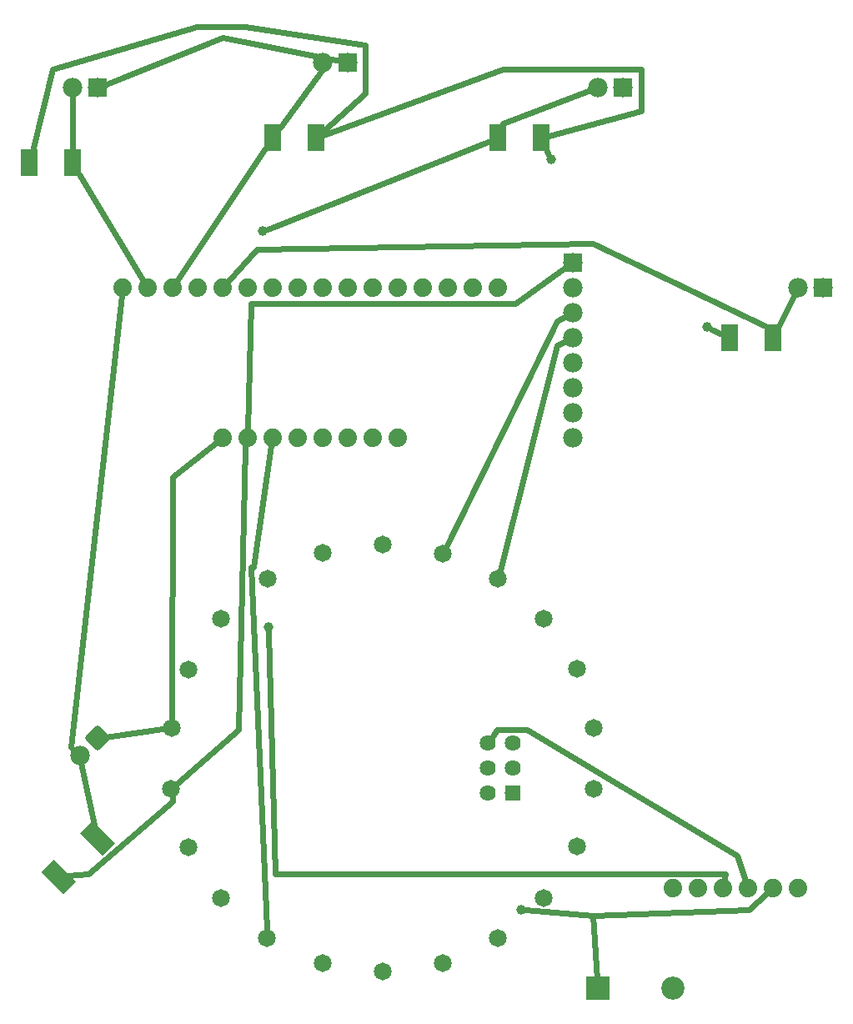
<source format=gbl>
G04 MADE WITH FRITZING*
G04 WWW.FRITZING.ORG*
G04 DOUBLE SIDED*
G04 HOLES PLATED*
G04 CONTOUR ON CENTER OF CONTOUR VECTOR*
%ASAXBY*%
%FSLAX23Y23*%
%MOIN*%
%OFA0B0*%
%SFA1.0B1.0*%
%ADD10C,0.092000*%
%ADD11C,0.071244*%
%ADD12C,0.064000*%
%ADD13C,0.078000*%
%ADD14C,0.074000*%
%ADD15C,0.039370*%
%ADD16R,0.092000X0.092000*%
%ADD17R,0.064000X0.064000*%
%ADD18R,0.078000X0.078000*%
%ADD19R,0.070866X0.106299*%
%ADD20C,0.024000*%
%ADD21C,0.020000*%
%LNCOPPER0*%
G90*
G70*
G54D10*
X2359Y78D03*
X2659Y78D03*
G54D11*
X1499Y1850D03*
X722Y1352D03*
X655Y1119D03*
X1038Y1715D03*
X653Y875D03*
G54D12*
X2021Y858D03*
X1921Y858D03*
X2021Y958D03*
X1921Y958D03*
X2021Y1058D03*
G54D11*
X722Y642D03*
G54D12*
X1921Y1058D03*
G54D11*
X854Y1556D03*
X1258Y1819D03*
X1037Y279D03*
X2344Y876D03*
X2344Y1119D03*
X2276Y1353D03*
X2144Y1556D03*
X1961Y1715D03*
X1739Y1816D03*
X1259Y178D03*
X1499Y144D03*
X1739Y178D03*
X1961Y279D03*
X2144Y439D03*
X2275Y643D03*
X854Y439D03*
G54D13*
X359Y1078D03*
X288Y1008D03*
G54D14*
X459Y2878D03*
X559Y2878D03*
X659Y2878D03*
X759Y2878D03*
X859Y2878D03*
X959Y2878D03*
X1059Y2878D03*
X1159Y2878D03*
X1259Y2878D03*
X1359Y2878D03*
X1459Y2878D03*
X1559Y2878D03*
X1659Y2878D03*
X1759Y2878D03*
X1859Y2878D03*
X1959Y2878D03*
X859Y2278D03*
X959Y2278D03*
X1059Y2278D03*
X1159Y2278D03*
X1259Y2278D03*
X1359Y2278D03*
X1459Y2278D03*
X1559Y2278D03*
G54D13*
X2259Y2978D03*
X2259Y2878D03*
X2259Y2778D03*
X2259Y2678D03*
X2259Y2578D03*
X2259Y2478D03*
X2259Y2378D03*
X2259Y2278D03*
X359Y3678D03*
X259Y3678D03*
X1359Y3778D03*
X1259Y3778D03*
X2459Y3678D03*
X2359Y3678D03*
X3259Y2878D03*
X3159Y2878D03*
G54D14*
X3159Y478D03*
X3059Y478D03*
X2959Y478D03*
X2859Y478D03*
X2759Y478D03*
X2659Y478D03*
G54D15*
X1044Y1520D03*
X1020Y3104D03*
X2172Y3392D03*
X2796Y2720D03*
X2052Y392D03*
G54D16*
X2359Y78D03*
G54D17*
X2021Y858D03*
G54D18*
X2259Y2978D03*
X359Y3678D03*
G54D19*
X259Y3378D03*
X86Y3378D03*
G54D18*
X1359Y3778D03*
G54D19*
X1059Y3478D03*
X1232Y3478D03*
G54D18*
X2459Y3678D03*
G54D19*
X1959Y3478D03*
X2132Y3478D03*
G54D18*
X3259Y2878D03*
G54D19*
X3059Y2678D03*
X2886Y2678D03*
G54D20*
X861Y3877D02*
X1329Y3784D01*
D02*
X387Y3689D02*
X861Y3877D01*
D02*
X347Y732D02*
X294Y978D01*
D02*
X455Y2847D02*
X252Y1040D01*
X252Y1040D02*
X266Y1028D01*
D02*
X1036Y314D02*
X972Y1760D01*
X972Y1760D02*
X984Y1760D01*
X984Y1760D02*
X1054Y2248D01*
D02*
X259Y3648D02*
X259Y3426D01*
D02*
X543Y2905D02*
X287Y3331D01*
D02*
X1969Y1749D02*
X2196Y2648D01*
X2196Y2648D02*
X2232Y2665D01*
D02*
X1755Y1847D02*
X2196Y2744D01*
X2196Y2744D02*
X2232Y2764D01*
D02*
X1089Y3519D02*
X1260Y3752D01*
X1260Y3752D02*
X1260Y3748D01*
D02*
X676Y2904D02*
X1029Y3434D01*
D02*
X2864Y509D02*
X2868Y536D01*
X2868Y536D02*
X1068Y536D01*
X1068Y536D02*
X1044Y1501D01*
D02*
X3145Y2851D02*
X3083Y2726D01*
D02*
X880Y2902D02*
X996Y3032D01*
X996Y3032D02*
X2340Y3056D01*
X2340Y3056D02*
X3036Y2720D01*
X3036Y2720D02*
X3059Y2678D01*
D02*
X2331Y3668D02*
X1980Y3536D01*
X1980Y3536D02*
X1976Y3526D01*
D02*
X1038Y3111D02*
X1929Y3466D01*
D02*
X2154Y3431D02*
X2164Y3409D01*
D02*
X2856Y2692D02*
X2813Y2712D01*
D02*
X1262Y3489D02*
X1980Y3752D01*
X1980Y3752D02*
X2532Y3752D01*
X2532Y3752D02*
X2532Y3584D01*
X2532Y3584D02*
X2162Y3486D01*
D02*
X98Y3426D02*
X180Y3752D01*
X180Y3752D02*
X756Y3920D01*
X756Y3920D02*
X948Y3920D01*
X948Y3920D02*
X1428Y3848D01*
X1428Y3848D02*
X1428Y3656D01*
X1428Y3656D02*
X1262Y3505D01*
D02*
X960Y2309D02*
X972Y2816D01*
X972Y2816D02*
X2028Y2816D01*
X2028Y2816D02*
X2234Y2961D01*
D02*
X679Y898D02*
X924Y1112D01*
X924Y1112D02*
X948Y2240D01*
X948Y2240D02*
X950Y2248D01*
D02*
X241Y527D02*
X324Y536D01*
X324Y536D02*
X660Y824D01*
X660Y824D02*
X658Y841D01*
D02*
X2356Y115D02*
X2340Y368D01*
X2340Y368D02*
X2071Y390D01*
D02*
X3036Y457D02*
X2964Y392D01*
X2964Y392D02*
X2340Y368D01*
D02*
X389Y1082D02*
X620Y1114D01*
D02*
X834Y2259D02*
X660Y2120D01*
X660Y2120D02*
X655Y1154D01*
D02*
X2949Y508D02*
X2916Y608D01*
X2916Y608D02*
X2076Y1112D01*
X2076Y1112D02*
X1956Y1112D01*
X1956Y1112D02*
X1938Y1084D01*
G54D21*
X400Y1078D02*
X359Y1037D01*
X318Y1078D01*
X359Y1119D01*
X400Y1078D01*
D02*
G36*
X339Y748D02*
X428Y659D01*
X378Y609D01*
X289Y698D01*
X339Y748D01*
G37*
D02*
G36*
X183Y592D02*
X273Y503D01*
X222Y453D01*
X133Y542D01*
X183Y592D01*
G37*
D02*
G04 End of Copper0*
M02*
</source>
